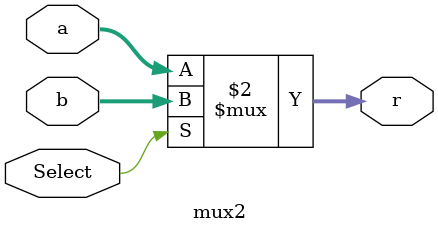
<source format=v>
`timescale 1ns / 1ps
module mux2(
    input [31:0] a,
    input [31:0] b,
    input Select,
    output wire[31:0] r
    );
    assign r = (Select==0)?a:b;
endmodule

</source>
